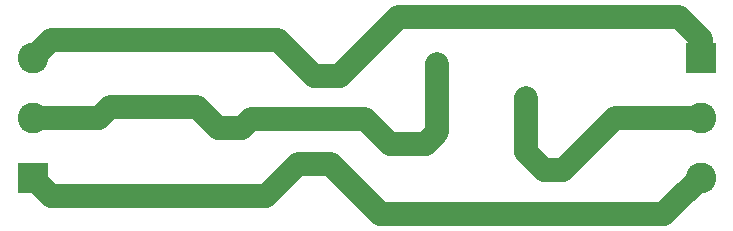
<source format=gbr>
G04 #@! TF.GenerationSoftware,KiCad,Pcbnew,5.1.5+dfsg1-2build2*
G04 #@! TF.CreationDate,2021-09-07T20:14:11-05:00*
G04 #@! TF.ProjectId,INRUSH_CURRENT_LIMITER_SLIM,494e5255-5348-45f4-9355-5252454e545f,rev?*
G04 #@! TF.SameCoordinates,Original*
G04 #@! TF.FileFunction,Copper,L2,Bot*
G04 #@! TF.FilePolarity,Positive*
%FSLAX46Y46*%
G04 Gerber Fmt 4.6, Leading zero omitted, Abs format (unit mm)*
G04 Created by KiCad (PCBNEW 5.1.5+dfsg1-2build2) date 2021-09-07 20:14:11*
%MOMM*%
%LPD*%
G04 APERTURE LIST*
%ADD10C,1.800000*%
%ADD11C,2.000000*%
%ADD12C,2.600000*%
%ADD13R,2.600000X2.600000*%
%ADD14C,2.000000*%
G04 APERTURE END LIST*
D10*
X130172000Y-113926000D03*
X131572000Y-106426000D03*
X124800000Y-103371000D03*
X123400000Y-110871000D03*
X117900000Y-109086000D03*
X116500000Y-116586000D03*
X142000000Y-105431000D03*
X149500000Y-108331000D03*
D11*
X141000000Y-112227000D03*
X151000000Y-114427000D03*
D12*
X164300000Y-115080000D03*
X164300000Y-110000000D03*
D13*
X164300000Y-104920000D03*
D12*
X107750000Y-104920000D03*
X107750000Y-110000000D03*
D13*
X107750000Y-115080000D03*
D14*
X109299000Y-103371000D02*
X107750000Y-104920000D01*
X124800000Y-103371000D02*
X109299000Y-103371000D01*
X128517000Y-103371000D02*
X131572000Y-106426000D01*
X124800000Y-103371000D02*
X128517000Y-103371000D01*
X164300000Y-104920000D02*
X164300000Y-103340000D01*
X164300000Y-103340000D02*
X162433000Y-101473000D01*
X162433000Y-101473000D02*
X138684000Y-101473000D01*
X133731000Y-106426000D02*
X131572000Y-106426000D01*
X138684000Y-101473000D02*
X133731000Y-106426000D01*
X107750000Y-110000000D02*
X113393000Y-110000000D01*
X114307000Y-109086000D02*
X117900000Y-109086000D01*
X113393000Y-110000000D02*
X114307000Y-109086000D01*
X121615000Y-109086000D02*
X123400000Y-110871000D01*
X117900000Y-109086000D02*
X121615000Y-109086000D01*
X123400000Y-110871000D02*
X125476000Y-110871000D01*
X125476000Y-110871000D02*
X126238000Y-110109000D01*
X126238000Y-110109000D02*
X135890000Y-110109000D01*
X138008000Y-112227000D02*
X141000000Y-112227000D01*
X135890000Y-110109000D02*
X138008000Y-112227000D01*
X142000000Y-111227000D02*
X141000000Y-112227000D01*
X142000000Y-105431000D02*
X142000000Y-111227000D01*
X109256000Y-116586000D02*
X107750000Y-115080000D01*
X116500000Y-116586000D02*
X109256000Y-116586000D01*
X127512000Y-116586000D02*
X130172000Y-113926000D01*
X116500000Y-116586000D02*
X127512000Y-116586000D01*
X163000001Y-116379999D02*
X162893001Y-116379999D01*
X164300000Y-115080000D02*
X163000001Y-116379999D01*
X162893001Y-116379999D02*
X161163000Y-118110000D01*
X161163000Y-118110000D02*
X137160000Y-118110000D01*
X132976000Y-113926000D02*
X130172000Y-113926000D01*
X137160000Y-118110000D02*
X132976000Y-113926000D01*
X149500000Y-112927000D02*
X151000000Y-114427000D01*
X149500000Y-108331000D02*
X149500000Y-112927000D01*
X164300000Y-110000000D02*
X157081000Y-110000000D01*
X152654000Y-114427000D02*
X151000000Y-114427000D01*
X157081000Y-110000000D02*
X152654000Y-114427000D01*
M02*

</source>
